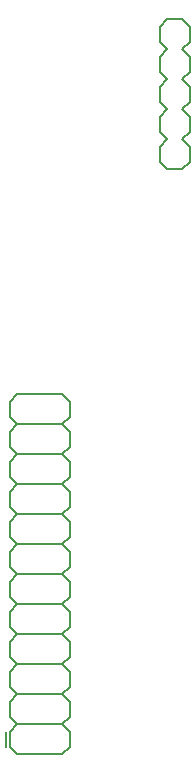
<source format=gbo>
G04 EAGLE Gerber RS-274X export*
G75*
%MOMM*%
%FSLAX34Y34*%
%LPD*%
%INBottom Silkscreen*%
%IPPOS*%
%AMOC8*
5,1,8,0,0,1.08239X$1,22.5*%
G01*
%ADD10C,0.203200*%


D10*
X279400Y577850D02*
X279400Y565150D01*
X285750Y558800D01*
X298450Y558800D02*
X304800Y565150D01*
X285750Y558800D02*
X279400Y552450D01*
X279400Y539750D01*
X285750Y533400D01*
X298450Y533400D02*
X304800Y539750D01*
X304800Y552450D01*
X298450Y558800D01*
X279400Y603250D02*
X285750Y609600D01*
X279400Y603250D02*
X279400Y590550D01*
X285750Y584200D01*
X298450Y584200D02*
X304800Y590550D01*
X304800Y603250D01*
X298450Y609600D01*
X285750Y584200D02*
X279400Y577850D01*
X298450Y584200D02*
X304800Y577850D01*
X304800Y565150D01*
X279400Y641350D02*
X279400Y654050D01*
X279400Y641350D02*
X285750Y635000D01*
X298450Y635000D02*
X304800Y641350D01*
X285750Y635000D02*
X279400Y628650D01*
X279400Y615950D01*
X285750Y609600D01*
X298450Y609600D02*
X304800Y615950D01*
X304800Y628650D01*
X298450Y635000D01*
X298450Y660400D02*
X285750Y660400D01*
X279400Y654050D01*
X298450Y660400D02*
X304800Y654050D01*
X304800Y641350D01*
X298450Y533400D02*
X285750Y533400D01*
X158750Y63500D02*
X152400Y57150D01*
X158750Y63500D02*
X152400Y69850D01*
X152400Y82550D02*
X158750Y88900D01*
X152400Y95250D01*
X152400Y107950D02*
X158750Y114300D01*
X203200Y57150D02*
X203200Y44450D01*
X203200Y57150D02*
X196850Y63500D01*
X203200Y69850D01*
X203200Y82550D01*
X196850Y88900D01*
X203200Y95250D01*
X203200Y107950D01*
X196850Y114300D01*
X196850Y63500D02*
X158750Y63500D01*
X158750Y88900D02*
X196850Y88900D01*
X152400Y95250D02*
X152400Y107950D01*
X152400Y82550D02*
X152400Y69850D01*
X152400Y57150D02*
X152400Y44450D01*
X149050Y44450D02*
X149050Y57150D01*
X158750Y114300D02*
X152400Y120650D01*
X152400Y133350D02*
X158750Y139700D01*
X152400Y146050D01*
X152400Y158750D02*
X158750Y165100D01*
X152400Y171450D01*
X152400Y184150D02*
X158750Y190500D01*
X158750Y114300D02*
X196850Y114300D01*
X203200Y120650D01*
X203200Y133350D01*
X196850Y139700D01*
X203200Y146050D01*
X203200Y158750D01*
X196850Y165100D01*
X203200Y171450D01*
X203200Y184150D01*
X196850Y190500D01*
X196850Y139700D02*
X158750Y139700D01*
X158750Y165100D02*
X196850Y165100D01*
X152400Y171450D02*
X152400Y184150D01*
X152400Y158750D02*
X152400Y146050D01*
X152400Y133350D02*
X152400Y120650D01*
X158750Y190500D02*
X152400Y196850D01*
X152400Y209550D02*
X158750Y215900D01*
X152400Y222250D01*
X152400Y234950D02*
X158750Y241300D01*
X152400Y247650D01*
X152400Y260350D02*
X158750Y266700D01*
X158750Y190500D02*
X196850Y190500D01*
X203200Y196850D01*
X203200Y209550D01*
X196850Y215900D01*
X203200Y222250D01*
X203200Y234950D01*
X196850Y241300D01*
X203200Y247650D01*
X203200Y260350D01*
X196850Y266700D01*
X196850Y215900D02*
X158750Y215900D01*
X158750Y241300D02*
X196850Y241300D01*
X152400Y247650D02*
X152400Y260350D01*
X152400Y234950D02*
X152400Y222250D01*
X152400Y209550D02*
X152400Y196850D01*
X158750Y266700D02*
X152400Y273050D01*
X152400Y285750D02*
X158750Y292100D01*
X152400Y298450D01*
X152400Y311150D02*
X158750Y317500D01*
X152400Y323850D01*
X152400Y336550D02*
X158750Y342900D01*
X158750Y266700D02*
X196850Y266700D01*
X203200Y273050D01*
X203200Y285750D01*
X196850Y292100D01*
X203200Y298450D01*
X203200Y311150D01*
X196850Y317500D01*
X203200Y323850D01*
X203200Y336550D01*
X196850Y342900D01*
X196850Y292100D02*
X158750Y292100D01*
X158750Y317500D02*
X196850Y317500D01*
X196850Y342900D02*
X158750Y342900D01*
X152400Y336550D02*
X152400Y323850D01*
X152400Y311150D02*
X152400Y298450D01*
X152400Y285750D02*
X152400Y273050D01*
X152400Y44450D02*
X158750Y38100D01*
X196850Y38100D01*
X203200Y44450D01*
M02*

</source>
